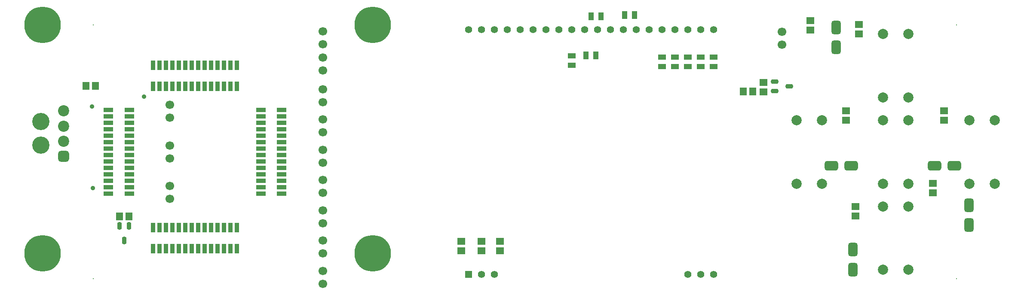
<source format=gbs>
G04*
G04 #@! TF.GenerationSoftware,Altium Limited,Altium Designer,23.9.2 (47)*
G04*
G04 Layer_Color=16711935*
%FSLAX44Y44*%
%MOMM*%
G71*
G04*
G04 #@! TF.SameCoordinates,693C47A8-3C61-47C9-A59D-3DA452520F73*
G04*
G04*
G04 #@! TF.FilePolarity,Negative*
G04*
G01*
G75*
G04:AMPARAMS|DCode=16|XSize=0.85mm|YSize=1.45mm|CornerRadius=0.2625mm|HoleSize=0mm|Usage=FLASHONLY|Rotation=90.000|XOffset=0mm|YOffset=0mm|HoleType=Round|Shape=RoundedRectangle|*
%AMROUNDEDRECTD16*
21,1,0.8500,0.9250,0,0,90.0*
21,1,0.3250,1.4500,0,0,90.0*
1,1,0.5250,0.4625,0.1625*
1,1,0.5250,0.4625,-0.1625*
1,1,0.5250,-0.4625,-0.1625*
1,1,0.5250,-0.4625,0.1625*
%
%ADD16ROUNDEDRECTD16*%
%ADD17R,1.5500X1.3500*%
%ADD18R,1.3500X1.5500*%
%ADD19C,0.2000*%
%ADD20C,7.2000*%
%ADD21C,2.2000*%
G04:AMPARAMS|DCode=22|XSize=2.2mm|YSize=2.2mm|CornerRadius=0.6mm|HoleSize=0mm|Usage=FLASHONLY|Rotation=270.000|XOffset=0mm|YOffset=0mm|HoleType=Round|Shape=RoundedRectangle|*
%AMROUNDEDRECTD22*
21,1,2.2000,1.0000,0,0,270.0*
21,1,1.0000,2.2000,0,0,270.0*
1,1,1.2000,-0.5000,-0.5000*
1,1,1.2000,-0.5000,0.5000*
1,1,1.2000,0.5000,0.5000*
1,1,1.2000,0.5000,-0.5000*
%
%ADD22ROUNDEDRECTD22*%
%ADD23C,3.4000*%
%ADD24C,1.4000*%
%ADD25R,1.4000X1.4000*%
%ADD26C,1.7000*%
%ADD27C,2.0000*%
%ADD28C,0.9000*%
G04:AMPARAMS|DCode=47|XSize=1.9mm|YSize=2.7mm|CornerRadius=0.525mm|HoleSize=0mm|Usage=FLASHONLY|Rotation=180.000|XOffset=0mm|YOffset=0mm|HoleType=Round|Shape=RoundedRectangle|*
%AMROUNDEDRECTD47*
21,1,1.9000,1.6500,0,0,180.0*
21,1,0.8500,2.7000,0,0,180.0*
1,1,1.0500,-0.4250,0.8250*
1,1,1.0500,0.4250,0.8250*
1,1,1.0500,0.4250,-0.8250*
1,1,1.0500,-0.4250,-0.8250*
%
%ADD47ROUNDEDRECTD47*%
%ADD48R,0.9400X1.9000*%
%ADD49R,1.9000X0.9400*%
G04:AMPARAMS|DCode=50|XSize=0.85mm|YSize=1.45mm|CornerRadius=0.2625mm|HoleSize=0mm|Usage=FLASHONLY|Rotation=180.000|XOffset=0mm|YOffset=0mm|HoleType=Round|Shape=RoundedRectangle|*
%AMROUNDEDRECTD50*
21,1,0.8500,0.9250,0,0,180.0*
21,1,0.3250,1.4500,0,0,180.0*
1,1,0.5250,-0.1625,0.4625*
1,1,0.5250,0.1625,0.4625*
1,1,0.5250,0.1625,-0.4625*
1,1,0.5250,-0.1625,-0.4625*
%
%ADD50ROUNDEDRECTD50*%
%ADD51R,1.1000X1.5000*%
%ADD52R,1.5000X1.1000*%
G04:AMPARAMS|DCode=53|XSize=1.9mm|YSize=2.7mm|CornerRadius=0.525mm|HoleSize=0mm|Usage=FLASHONLY|Rotation=270.000|XOffset=0mm|YOffset=0mm|HoleType=Round|Shape=RoundedRectangle|*
%AMROUNDEDRECTD53*
21,1,1.9000,1.6500,0,0,270.0*
21,1,0.8500,2.7000,0,0,270.0*
1,1,1.0500,-0.8250,-0.4250*
1,1,1.0500,-0.8250,0.4250*
1,1,1.0500,0.8250,0.4250*
1,1,1.0500,0.8250,-0.4250*
%
%ADD53ROUNDEDRECTD53*%
D16*
X1520310Y429260D02*
D03*
X1491810Y438760D02*
D03*
Y419760D02*
D03*
D17*
X1803240Y237850D02*
D03*
Y219350D02*
D03*
X1561940Y540660D02*
D03*
Y559160D02*
D03*
X1631790Y381360D02*
D03*
Y362860D02*
D03*
X1824830Y381360D02*
D03*
Y362860D02*
D03*
X1657190Y551540D02*
D03*
Y533040D02*
D03*
X1650840Y173630D02*
D03*
Y192130D02*
D03*
X950750Y123550D02*
D03*
Y105050D02*
D03*
X1469390Y437240D02*
D03*
Y418740D02*
D03*
X913920Y123550D02*
D03*
Y105050D02*
D03*
X874550Y123550D02*
D03*
Y105050D02*
D03*
D18*
X1448590Y419100D02*
D03*
X1430090D02*
D03*
X220070Y172720D02*
D03*
X201570D02*
D03*
X154030Y430530D02*
D03*
X135530D02*
D03*
D19*
X1850000Y50000D02*
D03*
Y550000D02*
D03*
X150000Y50000D02*
D03*
Y550000D02*
D03*
D20*
X700000D02*
D03*
Y100000D02*
D03*
X50000Y550000D02*
D03*
Y100000D02*
D03*
D21*
X91440Y381000D02*
D03*
Y351000D02*
D03*
Y321000D02*
D03*
D22*
Y291000D02*
D03*
D23*
X46440Y313400D02*
D03*
Y359500D02*
D03*
D24*
X1371300Y541300D02*
D03*
X1345900D02*
D03*
X1320500D02*
D03*
X1295100D02*
D03*
X1269700D02*
D03*
X1244300D02*
D03*
X1218900D02*
D03*
X1193500D02*
D03*
X1168100D02*
D03*
X1142700D02*
D03*
X1117300D02*
D03*
X1091900D02*
D03*
X1066500D02*
D03*
X1041100D02*
D03*
X1015700D02*
D03*
X990300D02*
D03*
X964900D02*
D03*
X939500D02*
D03*
X914100D02*
D03*
X888700D02*
D03*
X1371300Y58700D02*
D03*
X1345900D02*
D03*
X1320500D02*
D03*
X939500D02*
D03*
X914100D02*
D03*
D25*
X888700D02*
D03*
D26*
X1506060Y537210D02*
D03*
Y511810D02*
D03*
X601510Y125320D02*
D03*
Y99920D02*
D03*
Y65630D02*
D03*
Y40230D02*
D03*
Y185010D02*
D03*
Y159610D02*
D03*
Y244700D02*
D03*
Y219300D02*
D03*
Y304390D02*
D03*
Y278990D02*
D03*
Y364080D02*
D03*
Y338680D02*
D03*
Y423770D02*
D03*
Y398370D02*
D03*
Y538070D02*
D03*
Y512670D02*
D03*
Y486000D02*
D03*
Y460600D02*
D03*
X300000Y207300D02*
D03*
Y232700D02*
D03*
Y287300D02*
D03*
Y312700D02*
D03*
Y367300D02*
D03*
Y392700D02*
D03*
D27*
X1925000Y362500D02*
D03*
Y237500D02*
D03*
X1875000Y362500D02*
D03*
Y237500D02*
D03*
X1535000D02*
D03*
Y362500D02*
D03*
X1585000Y237500D02*
D03*
Y362500D02*
D03*
X1705000Y237500D02*
D03*
Y362500D02*
D03*
X1755000Y237500D02*
D03*
Y362500D02*
D03*
Y192500D02*
D03*
Y67500D02*
D03*
X1705000Y192500D02*
D03*
Y67500D02*
D03*
X1755000Y532500D02*
D03*
Y407500D02*
D03*
X1705000Y532500D02*
D03*
Y407500D02*
D03*
D28*
X1430090Y419100D02*
D03*
X700000Y577500D02*
D03*
X720000Y570000D02*
D03*
X727500Y550000D02*
D03*
X720000Y530000D02*
D03*
X700000Y522500D02*
D03*
X680000Y530000D02*
D03*
X672500Y550000D02*
D03*
X680000Y570000D02*
D03*
Y120000D02*
D03*
X672500Y100000D02*
D03*
X680000Y80000D02*
D03*
X700000Y72500D02*
D03*
X720000Y80000D02*
D03*
X727500Y100000D02*
D03*
X720000Y120000D02*
D03*
X700000Y127500D02*
D03*
X148590Y228600D02*
D03*
X147320Y389890D02*
D03*
X50000Y577500D02*
D03*
X70000Y570000D02*
D03*
X77500Y550000D02*
D03*
X70000Y530000D02*
D03*
X50000Y522500D02*
D03*
X30000Y530000D02*
D03*
X22500Y550000D02*
D03*
X30000Y570000D02*
D03*
X250000Y409250D02*
D03*
X407150Y109500D02*
D03*
X394450D02*
D03*
X381750D02*
D03*
X369050D02*
D03*
X356350D02*
D03*
X343650D02*
D03*
X330950D02*
D03*
X50000Y127500D02*
D03*
X70000Y120000D02*
D03*
X77500Y100000D02*
D03*
X70000Y80000D02*
D03*
X50000Y72500D02*
D03*
X30000Y80000D02*
D03*
X22500Y100000D02*
D03*
X30000Y120000D02*
D03*
D47*
X1874360Y195010D02*
D03*
Y155510D02*
D03*
X1645760Y107380D02*
D03*
Y67880D02*
D03*
X1612740Y545530D02*
D03*
Y506030D02*
D03*
D48*
X330950Y470500D02*
D03*
X343650D02*
D03*
X330950Y429500D02*
D03*
X343650D02*
D03*
X356350Y470500D02*
D03*
Y429500D02*
D03*
X394450Y470500D02*
D03*
Y429500D02*
D03*
X432550Y470500D02*
D03*
Y429500D02*
D03*
X419850D02*
D03*
X407150D02*
D03*
X419850Y470500D02*
D03*
X407150D02*
D03*
X381750Y429500D02*
D03*
X369050D02*
D03*
X381750Y470500D02*
D03*
X369050D02*
D03*
X318250Y429500D02*
D03*
X305550D02*
D03*
X292850D02*
D03*
X280150D02*
D03*
X267450D02*
D03*
X318250Y470500D02*
D03*
X305550D02*
D03*
X292850D02*
D03*
X280150D02*
D03*
X267450D02*
D03*
X330950Y150500D02*
D03*
X343650D02*
D03*
X330950Y109500D02*
D03*
X343650D02*
D03*
X356350Y150500D02*
D03*
Y109500D02*
D03*
X394450Y150500D02*
D03*
Y109500D02*
D03*
X432550Y150500D02*
D03*
Y109500D02*
D03*
X419850D02*
D03*
X407150D02*
D03*
X419850Y150500D02*
D03*
X407150D02*
D03*
X381750Y109500D02*
D03*
X369050D02*
D03*
X381750Y150500D02*
D03*
X369050D02*
D03*
X318250Y109500D02*
D03*
X305550D02*
D03*
X292850D02*
D03*
X280150D02*
D03*
X267450D02*
D03*
X318250Y150500D02*
D03*
X305550D02*
D03*
X292850D02*
D03*
X280150D02*
D03*
X267450D02*
D03*
D49*
X520500Y319050D02*
D03*
Y306350D02*
D03*
X479500Y319050D02*
D03*
Y306350D02*
D03*
X520500Y293650D02*
D03*
X479500D02*
D03*
X520500Y255550D02*
D03*
X479500D02*
D03*
X520500Y217450D02*
D03*
X479500D02*
D03*
Y230150D02*
D03*
Y242850D02*
D03*
X520500Y230150D02*
D03*
Y242850D02*
D03*
X479500Y268250D02*
D03*
Y280950D02*
D03*
X520500Y268250D02*
D03*
Y280950D02*
D03*
X479500Y331750D02*
D03*
Y344450D02*
D03*
Y357150D02*
D03*
Y369850D02*
D03*
Y382550D02*
D03*
X520500Y331750D02*
D03*
Y344450D02*
D03*
Y357150D02*
D03*
Y369850D02*
D03*
Y382550D02*
D03*
X220500D02*
D03*
Y369850D02*
D03*
Y357150D02*
D03*
Y344450D02*
D03*
Y331750D02*
D03*
X179500Y382550D02*
D03*
Y369850D02*
D03*
Y357150D02*
D03*
Y344450D02*
D03*
Y331750D02*
D03*
X220500Y280950D02*
D03*
Y268250D02*
D03*
X179500Y280950D02*
D03*
Y268250D02*
D03*
X220500Y242850D02*
D03*
Y230150D02*
D03*
X179500Y242850D02*
D03*
Y230150D02*
D03*
Y217450D02*
D03*
X220500D02*
D03*
X179500Y255550D02*
D03*
X220500D02*
D03*
X179500Y293650D02*
D03*
X220500D02*
D03*
X179500Y306350D02*
D03*
Y319050D02*
D03*
X220500Y306350D02*
D03*
Y319050D02*
D03*
D50*
X201320Y153950D02*
D03*
X220320D02*
D03*
X210820Y125450D02*
D03*
D51*
X1139320Y490220D02*
D03*
X1120320D02*
D03*
X1196520Y570230D02*
D03*
X1215520D02*
D03*
X1149480Y567690D02*
D03*
X1130480D02*
D03*
D52*
X1091720Y470560D02*
D03*
Y489560D02*
D03*
X1320320Y468020D02*
D03*
Y487020D02*
D03*
X1345720Y468020D02*
D03*
Y487020D02*
D03*
X1371120Y468020D02*
D03*
Y487020D02*
D03*
X1269520Y468020D02*
D03*
Y487020D02*
D03*
X1294920Y468020D02*
D03*
Y487020D02*
D03*
D53*
X1642650Y273050D02*
D03*
X1603150D02*
D03*
X1845850D02*
D03*
X1806350D02*
D03*
M02*

</source>
